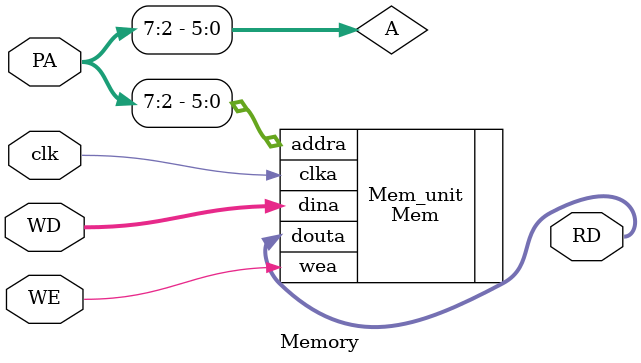
<source format=v>
`timescale 1ns / 1ps
module Memory(
	input clk,
	input WE,
	input [31:0]PA,
	input [31:0]WD,
	output [31:0]RD
    );
	
	//reg [31:0]Mem[0:63];
	wire [5:0]A;
	assign A=PA>>2;
	/*assign RD=Mem[A];
	always@(posedge clk)
		if(WE)
			Mem[A]=WD;
	*/		
	Mem Mem_unit(.addra(A),.dina(WD),.wea(WE),.clka(clk),.douta(RD));
	
	/*initial
	begin
	/*
	add $5,$1,$4 
	sw $5,4($1)
	lw $6,4($1)
	beq $5,$6,label
	add $1,$1,$1
	label: nop
	*/
	/*	Mem[0]=32'h00242820;
		Mem[1]=32'hac250004;
		Mem[2]=32'h8c260004;
		Mem[3]=32'h10a60001;
		Mem[4]=32'h00210820;
		Mem[5]=32'h00000000;
	end
	*/
endmodule

</source>
